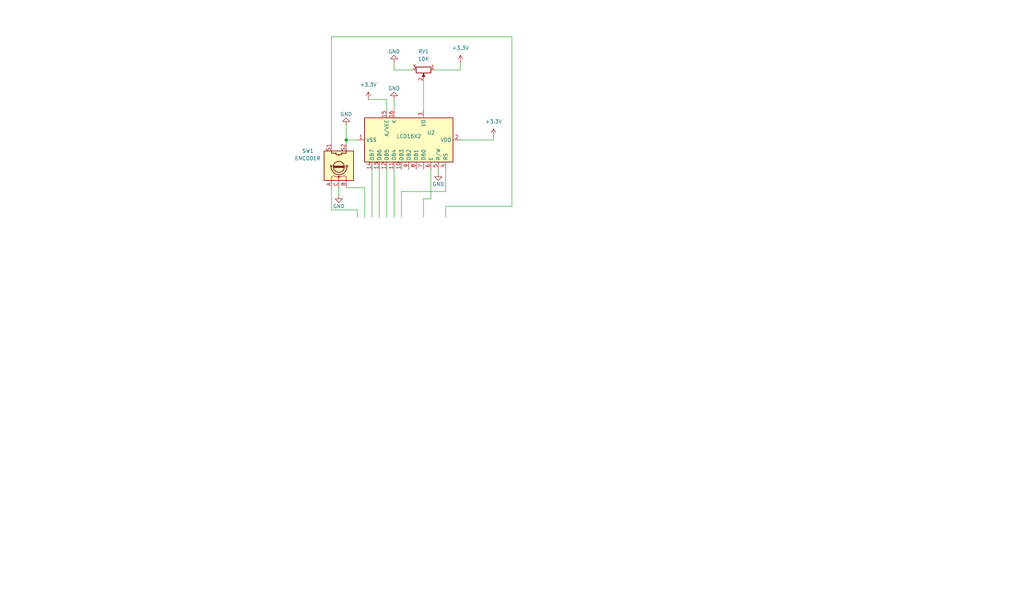
<source format=kicad_sch>
(kicad_sch (version 20230121) (generator eeschema)
  (paper "User" 353.136 210.007)
  (title_block (title "ESP32 WITH  LCD16x2, ENCODER AND QN8066") (company "Ricardo Lima Caratti"))
  (lib_symbols
    (symbol "Device:R_Potentiometer" (pin_names (offset 1.016) hide)
      (property "Reference" "RV" (at -4.445 0 90))
      (property "Value" "R_Potentiometer" (at -2.54 0 90))
      (symbol "R_Potentiometer_0_1"
        (polyline (pts (xy 2.54 0) (xy 1.524 0)))
        (polyline (pts (xy 1.143 0) (xy 2.286 0.508) (xy 2.286 -0.508) (xy 1.143 0)) (fill (type outline)))
        (rectangle (start 1.016 2.54) (end -1.016 -2.54) (stroke (width 0.254)))
      )
      (symbol "R_Potentiometer_1_1"
        (pin passive line (at 0 3.81 270) (length 1.27) (name "1") (number "1"))
        (pin passive line (at 3.81 0 180) (length 1.27) (name "2") (number "2"))
        (pin passive line (at 0 -3.81 90) (length 1.27) (name "3") (number "3"))
      )
    )
    (symbol "Device:RotaryEncoder_Switch" (pin_names (offset 0.254) hide)
      (property "Reference" "SW" (at 0 6.604 0))
      (property "Value" "RotaryEncoder_Switch" (at 0 -6.604 0))
      (symbol "RotaryEncoder_Switch_0_1"
        (rectangle (start -5.08 5.08) (end 5.08 -5.08) (stroke (width 0.254)) (fill (type background)))
        (circle (center -3.81 0) (radius 0.254) (fill (type outline)))
        (circle (center -0.381 0) (radius 1.905) (stroke (width 0.254)))
        (arc (start -0.381 2.667) (mid -3.0988 -0.0635) (end -0.381 -2.794) (stroke (width 0.254)))
        (polyline (pts (xy -0.635 -1.778) (xy -0.635 1.778)) (stroke (width 0.254)))
        (polyline (pts (xy -0.381 -1.778) (xy -0.381 1.778)) (stroke (width 0.254)))
        (polyline (pts (xy -0.127 1.778) (xy -0.127 -1.778)) (stroke (width 0.254)))
        (polyline (pts (xy 3.81 0) (xy 3.429 0)) (stroke (width 0.254)))
        (polyline (pts (xy 3.81 1.016) (xy 3.81 -1.016)) (stroke (width 0.254)))
        (polyline (pts (xy -5.08 -2.54) (xy -3.81 -2.54) (xy -3.81 -2.032)))
        (polyline (pts (xy -5.08 2.54) (xy -3.81 2.54) (xy -3.81 2.032)))
        (polyline (pts (xy 0.254 -3.048) (xy -0.508 -2.794) (xy 0.127 -2.413)) (stroke (width 0.254)))
        (polyline (pts (xy 0.254 2.921) (xy -0.508 2.667) (xy 0.127 2.286)) (stroke (width 0.254)))
        (polyline (pts (xy 5.08 -2.54) (xy 4.318 -2.54) (xy 4.318 -1.016)) (stroke (width 0.254)))
        (polyline (pts (xy 5.08 2.54) (xy 4.318 2.54) (xy 4.318 1.016)) (stroke (width 0.254)))
        (polyline (pts (xy -5.08 0) (xy -3.81 0) (xy -3.81 -1.016) (xy -3.302 -2.032)))
        (polyline (pts (xy -4.318 0) (xy -3.81 0) (xy -3.81 1.016) (xy -3.302 2.032)))
        (circle (center 4.318 -1.016) (radius 0.127) (stroke (width 0.254)))
        (circle (center 4.318 1.016) (radius 0.127) (stroke (width 0.254)))
      )
      (symbol "RotaryEncoder_Switch_1_1"
        (pin passive line (at -7.62 2.54 0) (length 2.54) (name "A") (number "A"))
        (pin passive line (at -7.62 -2.54 0) (length 2.54) (name "B") (number "B"))
        (pin passive line (at -7.62 0 0) (length 2.54) (name "C") (number "C"))
        (pin passive line (at 7.62 2.54 180) (length 2.54) (name "S1") (number "S1"))
        (pin passive line (at 7.62 -2.54 180) (length 2.54) (name "S2") (number "S2"))
      )
    )
    (symbol "Display_Character:RC1602A"
      (property "Reference" "U" (at -6.35 16.51 0))
      (property "Value" "RC1602A" (at 2.794 16.51 0))
      (symbol "RC1602A_0_1"
        (rectangle (start -7.62 15.24) (end 7.62 -15.24) (stroke (width 0.254)) (fill (type background)))
      )
      (symbol "RC1602A_1_1"
        (pin power_in line (at 0 -17.78 90) (length 2.54) (name "VSS") (number "1"))
        (pin bidirectional line (at -10.16 -2.54 0) (length 2.54) (name "DB3") (number "10"))
        (pin bidirectional line (at -10.16 -5.08 0) (length 2.54) (name "DB4") (number "11"))
        (pin bidirectional line (at -10.16 -7.62 0) (length 2.54) (name "DB5") (number "12"))
        (pin bidirectional line (at -10.16 -10.16 0) (length 2.54) (name "DB6") (number "13"))
        (pin bidirectional line (at -10.16 -12.7 0) (length 2.54) (name "DB7") (number "14"))
        (pin power_in line (at 10.16 -7.62 180) (length 2.54) (name "A/VEE") (number "15"))
        (pin power_in line (at 10.16 -5.08 180) (length 2.54) (name "K") (number "16"))
        (pin power_in line (at 0 17.78 270) (length 2.54) (name "VDD") (number "2"))
        (pin power_in line (at 10.16 5.08 180) (length 2.54) (name "VO") (number "3"))
        (pin input line (at -10.16 12.7 0) (length 2.54) (name "RS") (number "4"))
        (pin input line (at -10.16 10.16 0) (length 2.54) (name "R/W") (number "5"))
        (pin input line (at -10.16 7.62 0) (length 2.54) (name "E") (number "6"))
        (pin bidirectional line (at -10.16 5.08 0) (length 2.54) (name "DB0") (number "7"))
        (pin bidirectional line (at -10.16 2.54 0) (length 2.54) (name "DB1") (number "8"))
        (pin bidirectional line (at -10.16 0 0) (length 2.54) (name "DB2") (number "9"))
      )
    )
    (symbol "power:+3.3V" (power) (pin_names (offset 0))
      (property "Value" "+3.3V" (at 0 3.556 0))
      (symbol "+3.3V_0_1"
        (polyline (pts (xy -0.762 1.27) (xy 0 2.54)))
        (polyline (pts (xy 0 0) (xy 0 2.54)))
        (polyline (pts (xy 0 2.54) (xy 0.762 1.27)))
      )
      (symbol "+3.3V_1_1"
        (pin power_in line (at 0 0 90) (length 0) hide (name "+3.3V") (number "1"))
      )
    )
    (symbol "power:GND" (power) (pin_names (offset 0))
      (property "Value" "GND" (at 0 -3.81 0))
      (symbol "GND_0_1"
        (polyline (pts (xy 0 0) (xy 0 -1.27) (xy 1.27 -1.27) (xy 0 -2.54) (xy -1.27 -1.27) (xy 0 -1.27)))
      )
      (symbol "GND_1_1"
        (pin power_in line (at 0 0 270) (length 0) hide (name "GND") (number "1"))
      )
    )
  )
  (junction (at 119.38 48.26))
  (wire (pts (xy 158.75 48.26) (xy 170.18 48.26)))
  (wire (pts (xy 135.89 58.42) (xy 135.89 74.93)))
  (wire (pts (xy 158.75 21.59) (xy 158.75 24.13)))
  (wire (pts (xy 114.3 49.53) (xy 114.3 12.7)))
  (wire (pts (xy 153.67 71.12) (xy 153.67 74.93)))
  (wire (pts (xy 146.05 68.58) (xy 146.05 74.93)))
  (wire (pts (xy 128.27 58.42) (xy 128.27 74.93)))
  (wire (pts (xy 148.59 58.42) (xy 148.59 68.58)))
  (wire (pts (xy 119.38 64.77) (xy 125.73 64.77)))
  (wire (pts (xy 135.89 21.59) (xy 135.89 24.13)))
  (wire (pts (xy 133.35 58.42) (xy 133.35 74.93)))
  (wire (pts (xy 149.86 24.13) (xy 158.75 24.13)))
  (wire (pts (xy 116.84 64.77) (xy 116.84 67.31)))
  (wire (pts (xy 123.19 72.39) (xy 114.3 72.39)))
  (wire (pts (xy 146.05 27.94) (xy 146.05 38.1)))
  (wire (pts (xy 151.13 58.42) (xy 151.13 59.69)))
  (wire (pts (xy 119.38 48.26) (xy 119.38 49.53)))
  (wire (pts (xy 119.38 43.18) (xy 119.38 48.26)))
  (wire (pts (xy 153.67 66.04) (xy 153.67 58.42)))
  (wire (pts (xy 127 34.29) (xy 133.35 34.29)))
  (wire (pts (xy 119.38 48.26) (xy 123.19 48.26)))
  (wire (pts (xy 138.43 66.04) (xy 153.67 66.04)))
  (wire (pts (xy 135.89 34.29) (xy 135.89 38.1)))
  (wire (pts (xy 123.19 74.93) (xy 123.19 72.39)))
  (wire (pts (xy 142.24 24.13) (xy 135.89 24.13)))
  (wire (pts (xy 138.43 74.93) (xy 138.43 66.04)))
  (wire (pts (xy 176.53 12.7) (xy 176.53 71.12)))
  (wire (pts (xy 114.3 12.7) (xy 176.53 12.7)))
  (wire (pts (xy 125.73 74.93) (xy 125.73 64.77)))
  (wire (pts (xy 130.81 58.42) (xy 130.81 74.93)))
  (wire (pts (xy 176.53 71.12) (xy 153.67 71.12)))
  (wire (pts (xy 114.3 72.39) (xy 114.3 64.77)))
  (wire (pts (xy 133.35 38.1) (xy 133.35 34.29)))
  (wire (pts (xy 170.18 48.26) (xy 170.18 46.99)))
  (wire (pts (xy 148.59 68.58) (xy 146.05 68.58)))
  (symbol (lib_id "power:+3.3V") (at 170.18 46.99 0) (unit 1)
    (property "Reference" "#PWR03" (effects hide))
    (property "Value" "+3.3V" (at 170.18 41.91 0))
  )
  (symbol (lib_id "Display_Character:RC1602A") (at 140.97 48.26 270) (mirror x) (unit 1)
    (property "Reference" "U2" (at 148.59 45.72 90))
    (property "Value" "LCD16X2" (at 140.97 46.99 90))
    (property "Footprint" "Display:RC1602A" (effects hide))
    (property "Datasheet" "http://www.raystar-optronics.com/down.php?ProID=18" (effects hide))
  )
  (symbol (lib_id "power:+3.3V") (at 158.75 21.59 0) (unit 1)
    (property "Reference" "#PWR04" (effects hide))
    (property "Value" "+3.3V" (at 158.75 16.51 0))
  )
  (symbol (lib_id "Device:RotaryEncoder_Switch") (at 116.84 57.15 90) (unit 1)
    (property "Reference" "SW1" (at 104.14 52.07 90) (effects (justify right)))
    (property "Value" "ENCODER" (at 101.6 54.61 90) (effects (justify right)))
  )
  (symbol (lib_id "power:GND") (at 135.89 34.29 180) (unit 1)
    (property "Reference" "#PWR06" (effects hide))
    (property "Value" "GND" (at 135.89 30.48 0))
  )
  (symbol (lib_id "power:GND") (at 119.38 43.18 180) (unit 1)
    (property "Reference" "#PWR02" (effects hide))
    (property "Value" "GND" (at 119.38 39.37 0))
  )
  (symbol (lib_id "power:GND") (at 135.89 21.59 180) (unit 1)
    (property "Reference" "#PWR05" (effects hide))
    (property "Value" "GND" (at 135.89 17.78 0))
  )
  (symbol (lib_id "power:+3.3V") (at 127 34.29 0) (unit 1)
    (property "Reference" "#PWR07" (effects hide))
    (property "Value" "+3.3V" (at 127 29.21 0))
  )
  (symbol (lib_id "power:GND") (at 151.13 59.69 0) (unit 1)
    (property "Reference" "#PWR01" (effects hide))
    (property "Value" "GND" (at 151.13 63.5 0))
  )
  (symbol (lib_id "Device:R_Potentiometer") (at 146.05 24.13 270) (unit 1)
    (property "Reference" "RV1" (at 146.05 17.78 90))
    (property "Value" "10K" (at 146.05 20.32 90))
  )
  (symbol (lib_id "power:GND") (at 116.84 67.31 0) (unit 1)
    (property "Reference" "#PWR010" (effects hide))
    (property "Value" "GND" (at 116.84 71.12 0))
  )
)
</source>
